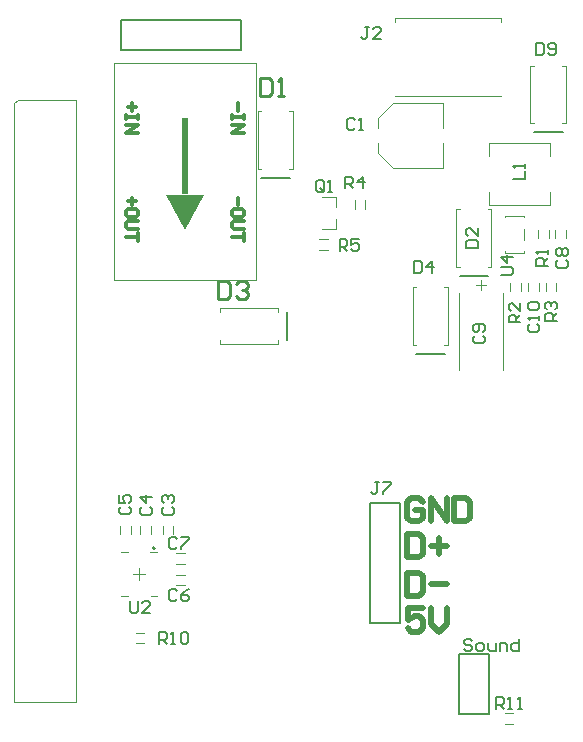
<source format=gto>
G04*
G04 #@! TF.GenerationSoftware,Altium Limited,Altium Designer,20.0.13 (296)*
G04*
G04 Layer_Color=65535*
%FSLAX44Y44*%
%MOMM*%
G71*
G01*
G75*
%ADD10C,0.2000*%
%ADD11C,0.1000*%
%ADD12C,0.5000*%
%ADD13C,0.3000*%
%ADD14C,0.2540*%
%ADD15R,0.5000X6.5000*%
G36*
X1689500Y822500D02*
X1705500Y792500D01*
X1721500Y822500D01*
X1689500Y822500D01*
D02*
G37*
D10*
X1680100Y523050D02*
G03*
X1680100Y523050I-1000J0D01*
G01*
X1862550Y459500D02*
X1887950D01*
X1862550D02*
Y561100D01*
X1887950Y459500D02*
Y561100D01*
X1862550D02*
X1887950D01*
X2001000Y875250D02*
X2025250D01*
X1937300Y433600D02*
X1962700D01*
Y382800D02*
Y433600D01*
X1937300Y382800D02*
X1962700D01*
X1937300D02*
Y433600D01*
X1901250Y687750D02*
X1925500D01*
X1792000Y699250D02*
Y723500D01*
X1938000Y753800D02*
X1962250D01*
X1770000Y836500D02*
X1794250D01*
X1651400Y945300D02*
Y970700D01*
X1753000D01*
X1651400Y945300D02*
X1753000D01*
Y970700D01*
X1861334Y964498D02*
X1858002D01*
X1859668D01*
Y956168D01*
X1858002Y954502D01*
X1856335D01*
X1854669Y956168D01*
X1871331Y954502D02*
X1864666D01*
X1871331Y961166D01*
Y962832D01*
X1869664Y964498D01*
X1866332D01*
X1864666Y962832D01*
X2003169Y950498D02*
Y940502D01*
X2008168D01*
X2009834Y942168D01*
Y948832D01*
X2008168Y950498D01*
X2003169D01*
X2013166Y942168D02*
X2014832Y940502D01*
X2018165D01*
X2019831Y942168D01*
Y948832D01*
X2018165Y950498D01*
X2014832D01*
X2013166Y948832D01*
Y947166D01*
X2014832Y945500D01*
X2019831D01*
X1849500Y885332D02*
X1847834Y886998D01*
X1844502D01*
X1842836Y885332D01*
Y878668D01*
X1844502Y877002D01*
X1847834D01*
X1849500Y878668D01*
X1852832Y877002D02*
X1856165D01*
X1854498D01*
Y886998D01*
X1852832Y885332D01*
X1948589Y444332D02*
X1946923Y445998D01*
X1943590D01*
X1941924Y444332D01*
Y442666D01*
X1943590Y441000D01*
X1946923D01*
X1948589Y439334D01*
Y437668D01*
X1946923Y436002D01*
X1943590D01*
X1941924Y437668D01*
X1953587Y436002D02*
X1956919D01*
X1958586Y437668D01*
Y441000D01*
X1956919Y442666D01*
X1953587D01*
X1951921Y441000D01*
Y437668D01*
X1953587Y436002D01*
X1961918Y442666D02*
Y437668D01*
X1963584Y436002D01*
X1968582D01*
Y442666D01*
X1971915Y436002D02*
Y442666D01*
X1976913D01*
X1978579Y441000D01*
Y436002D01*
X1988576Y445998D02*
Y436002D01*
X1983577D01*
X1981911Y437668D01*
Y441000D01*
X1983577Y442666D01*
X1988576D01*
X1969170Y386752D02*
Y396748D01*
X1974169D01*
X1975835Y395082D01*
Y391750D01*
X1974169Y390084D01*
X1969170D01*
X1972502D02*
X1975835Y386752D01*
X1979167D02*
X1982499D01*
X1980833D01*
Y396748D01*
X1979167Y395082D01*
X1987498Y386752D02*
X1990830D01*
X1989164D01*
Y396748D01*
X1987498Y395082D01*
X1683504Y442002D02*
Y451998D01*
X1688502D01*
X1690169Y450332D01*
Y447000D01*
X1688502Y445334D01*
X1683504D01*
X1686836D02*
X1690169Y442002D01*
X1693501D02*
X1696833D01*
X1695167D01*
Y451998D01*
X1693501Y450332D01*
X1701832D02*
X1703498Y451998D01*
X1706830D01*
X1708496Y450332D01*
Y443668D01*
X1706830Y442002D01*
X1703498D01*
X1701832Y443668D01*
Y450332D01*
X1836419Y775002D02*
Y784998D01*
X1841418D01*
X1843084Y783332D01*
Y780000D01*
X1841418Y778334D01*
X1836419D01*
X1839752D02*
X1843084Y775002D01*
X1853081Y784998D02*
X1846416D01*
Y780000D01*
X1849748Y781666D01*
X1851414D01*
X1853081Y780000D01*
Y776668D01*
X1851414Y775002D01*
X1848082D01*
X1846416Y776668D01*
X1841169Y827752D02*
Y837748D01*
X1846168D01*
X1847834Y836082D01*
Y832750D01*
X1846168Y831084D01*
X1841169D01*
X1844502D02*
X1847834Y827752D01*
X1856165D02*
Y837748D01*
X1851166Y832750D01*
X1857831D01*
X1823000Y826668D02*
Y833332D01*
X1821334Y834998D01*
X1818002D01*
X1816335Y833332D01*
Y826668D01*
X1818002Y825002D01*
X1821334D01*
X1819668Y828334D02*
X1823000Y825002D01*
X1821334D02*
X1823000Y826668D01*
X1826332Y825002D02*
X1829664D01*
X1827998D01*
Y834998D01*
X1826332Y833332D01*
X1899666Y766409D02*
Y756412D01*
X1904664D01*
X1906331Y758078D01*
Y764743D01*
X1904664Y766409D01*
X1899666D01*
X1914661Y756412D02*
Y766409D01*
X1909663Y761410D01*
X1916327D01*
X1973502Y754419D02*
X1981832D01*
X1983498Y756086D01*
Y759418D01*
X1981832Y761084D01*
X1973502D01*
X1983498Y769415D02*
X1973502D01*
X1978500Y764416D01*
Y771081D01*
X2020748Y715219D02*
X2010752D01*
Y720218D01*
X2012418Y721884D01*
X2015750D01*
X2017416Y720218D01*
Y715219D01*
Y718552D02*
X2020748Y721884D01*
X2012418Y725216D02*
X2010752Y726882D01*
Y730214D01*
X2012418Y731881D01*
X2014084D01*
X2015750Y730214D01*
Y728548D01*
Y730214D01*
X2017416Y731881D01*
X2019082D01*
X2020748Y730214D01*
Y726882D01*
X2019082Y725216D01*
X1989498Y714219D02*
X1979502D01*
Y719218D01*
X1981168Y720884D01*
X1984500D01*
X1986166Y719218D01*
Y714219D01*
Y717552D02*
X1989498Y720884D01*
Y730881D02*
Y724216D01*
X1982834Y730881D01*
X1981168D01*
X1979502Y729214D01*
Y725882D01*
X1981168Y724216D01*
X2012748Y762385D02*
X2002752D01*
Y767384D01*
X2004418Y769050D01*
X2007750D01*
X2009416Y767384D01*
Y762385D01*
Y765718D02*
X2012748Y769050D01*
Y772382D02*
Y775714D01*
Y774048D01*
X2002752D01*
X2004418Y772382D01*
X1983502Y835386D02*
X1993498D01*
Y842050D01*
Y845382D02*
Y848715D01*
Y847048D01*
X1983502D01*
X1985168Y845382D01*
X1870134Y579193D02*
X1866802D01*
X1868468D01*
Y570862D01*
X1866802Y569196D01*
X1865136D01*
X1863470Y570862D01*
X1873467Y579193D02*
X1880131D01*
Y577527D01*
X1873467Y570862D01*
Y569196D01*
X1943502Y777219D02*
X1953498D01*
Y782218D01*
X1951832Y783884D01*
X1945168D01*
X1943502Y782218D01*
Y777219D01*
X1953498Y793881D02*
Y787216D01*
X1946834Y793881D01*
X1945168D01*
X1943502Y792215D01*
Y788882D01*
X1945168Y787216D01*
X1997293Y712969D02*
X1995627Y711302D01*
Y707970D01*
X1997293Y706304D01*
X2003957D01*
X2005623Y707970D01*
Y711302D01*
X2003957Y712969D01*
X2005623Y716301D02*
Y719633D01*
Y717967D01*
X1995627D01*
X1997293Y716301D01*
Y724632D02*
X1995627Y726298D01*
Y729630D01*
X1997293Y731296D01*
X2003957D01*
X2005623Y729630D01*
Y726298D01*
X2003957Y724632D01*
X1997293D01*
X1951418Y703134D02*
X1949752Y701468D01*
Y698136D01*
X1951418Y696469D01*
X1958082D01*
X1959748Y698136D01*
Y701468D01*
X1958082Y703134D01*
Y706466D02*
X1959748Y708132D01*
Y711464D01*
X1958082Y713131D01*
X1951418D01*
X1949752Y711464D01*
Y708132D01*
X1951418Y706466D01*
X1953084D01*
X1954750Y708132D01*
Y713131D01*
X2021418Y766884D02*
X2019752Y765218D01*
Y761886D01*
X2021418Y760219D01*
X2028082D01*
X2029748Y761886D01*
Y765218D01*
X2028082Y766884D01*
X2021418Y770216D02*
X2019752Y771882D01*
Y775214D01*
X2021418Y776881D01*
X2023084D01*
X2024750Y775214D01*
X2026416Y776881D01*
X2028082D01*
X2029748Y775214D01*
Y771882D01*
X2028082Y770216D01*
X2026416D01*
X2024750Y771882D01*
X2023084Y770216D01*
X2021418D01*
X2024750Y771882D02*
Y775214D01*
X1659419Y477998D02*
Y469668D01*
X1661086Y468002D01*
X1664418D01*
X1666084Y469668D01*
Y477998D01*
X1676081Y468002D02*
X1669416D01*
X1676081Y474666D01*
Y476332D01*
X1674415Y477998D01*
X1671082D01*
X1669416Y476332D01*
X1699084Y530582D02*
X1697418Y532248D01*
X1694086D01*
X1692419Y530582D01*
Y523918D01*
X1694086Y522252D01*
X1697418D01*
X1699084Y523918D01*
X1702416Y532248D02*
X1709081D01*
Y530582D01*
X1702416Y523918D01*
Y522252D01*
X1699084Y486582D02*
X1697418Y488248D01*
X1694086D01*
X1692419Y486582D01*
Y479918D01*
X1694086Y478252D01*
X1697418D01*
X1699084Y479918D01*
X1709081Y488248D02*
X1705748Y486582D01*
X1702416Y483250D01*
Y479918D01*
X1704082Y478252D01*
X1707415D01*
X1709081Y479918D01*
Y481584D01*
X1707415Y483250D01*
X1702416D01*
X1651668Y558334D02*
X1650002Y556668D01*
Y553335D01*
X1651668Y551669D01*
X1658332D01*
X1659998Y553335D01*
Y556668D01*
X1658332Y558334D01*
X1650002Y568331D02*
Y561666D01*
X1655000D01*
X1653334Y564998D01*
Y566665D01*
X1655000Y568331D01*
X1658332D01*
X1659998Y566665D01*
Y563332D01*
X1658332Y561666D01*
X1668918Y558284D02*
X1667252Y556618D01*
Y553286D01*
X1668918Y551619D01*
X1675582D01*
X1677248Y553286D01*
Y556618D01*
X1675582Y558284D01*
X1677248Y566615D02*
X1667252D01*
X1672250Y561616D01*
Y568281D01*
X1687668Y558134D02*
X1686002Y556468D01*
Y553135D01*
X1687668Y551469D01*
X1694332D01*
X1695998Y553135D01*
Y556468D01*
X1694332Y558134D01*
X1687668Y561466D02*
X1686002Y563132D01*
Y566465D01*
X1687668Y568131D01*
X1689334D01*
X1691000Y566465D01*
Y564798D01*
Y566465D01*
X1692666Y568131D01*
X1694332D01*
X1695998Y566465D01*
Y563132D01*
X1694332Y561466D01*
D11*
X1883250Y968750D02*
Y972250D01*
X1972750D01*
Y968749D02*
Y972250D01*
X1883250Y905650D02*
X1972750D01*
X2024750Y931750D02*
X2028000D01*
X1998000D02*
X2001000D01*
X1998000Y883000D02*
X2001250D01*
X2024750D02*
X2028000D01*
X1998000D02*
Y931750D01*
X2028000Y883000D02*
Y931750D01*
X1976500Y772750D02*
X1992750D01*
X1976500Y804750D02*
X1992750D01*
Y803250D02*
Y804750D01*
Y784000D02*
Y793500D01*
Y772750D02*
Y774500D01*
X1976500Y772750D02*
Y774500D01*
Y803250D02*
Y804750D01*
X1666900Y496050D02*
Y506050D01*
X1661900Y501050D02*
X1671900D01*
X1676400Y482550D02*
X1682150D01*
X1651650D02*
X1657400D01*
X1651650Y519550D02*
X1657400D01*
X1676250D02*
X1682150D01*
X1714750Y934250D02*
X1766000D01*
Y750500D02*
Y934250D01*
X1645500Y750500D02*
X1766000D01*
X1645500D02*
Y934250D01*
X1714750D01*
X1976250Y383500D02*
X1983250D01*
X1976250Y374500D02*
X1983250D01*
X1663750Y442500D02*
X1670750D01*
X1663750Y451500D02*
X1670750D01*
X1819250Y775750D02*
X1826250D01*
X1819250Y784750D02*
X1826250D01*
X1858250Y810500D02*
Y817500D01*
X1849250Y810500D02*
Y817500D01*
X2011000Y741050D02*
Y748050D01*
X2020000Y741050D02*
Y748050D01*
X1980750Y741050D02*
Y748050D01*
X1989750Y741050D02*
Y748050D01*
X2013500Y785850D02*
Y792850D01*
X2004500Y785850D02*
Y792850D01*
X1821250Y820500D02*
X1833000D01*
X1821250Y793500D02*
X1833000D01*
Y801750D01*
Y812250D02*
Y820500D01*
X2014500Y855300D02*
Y865800D01*
X1963000D02*
X2014500D01*
X1963000Y855300D02*
Y865800D01*
X2014500Y813800D02*
Y824300D01*
X1963000Y813800D02*
X2014500D01*
X1963000D02*
Y824300D01*
X1561200Y393000D02*
X1613700D01*
Y902500D01*
X1561200Y393000D02*
Y899750D01*
X1563950Y902500D01*
X1613700D01*
X1925000Y744250D02*
X1928250D01*
X1898250D02*
X1901250D01*
X1898250Y695500D02*
X1901500D01*
X1925000D02*
X1928250D01*
X1898250D02*
Y744250D01*
X1928250Y695500D02*
Y744250D01*
X1735500Y723000D02*
Y726250D01*
Y696250D02*
Y699250D01*
X1784250Y696250D02*
Y699500D01*
Y723000D02*
Y726250D01*
X1735500Y696250D02*
X1784250D01*
X1735500Y726250D02*
X1784250D01*
X1961750Y810300D02*
X1965000D01*
X1935000D02*
X1938000D01*
X1935000Y761550D02*
X1938250D01*
X1961750D02*
X1965000D01*
X1935000D02*
Y810300D01*
X1965000Y761550D02*
Y810300D01*
X1793750Y893000D02*
X1797000D01*
X1767000D02*
X1770000D01*
X1767000Y844250D02*
X1770250D01*
X1793750D02*
X1797000D01*
X1767000D02*
Y893000D01*
X1797000Y844250D02*
Y893000D01*
X1995875Y741050D02*
Y748050D01*
X2004875Y741050D02*
Y748050D01*
X1937250Y673800D02*
Y738800D01*
X1952000Y745800D02*
X1960000D01*
X1956000Y741800D02*
Y749800D01*
X1975000Y673800D02*
Y738800D01*
X2028000Y785850D02*
Y792850D01*
X2019000Y785850D02*
Y792850D01*
X1698250Y510000D02*
X1705250D01*
X1698250Y519000D02*
X1705250D01*
X1698250Y491750D02*
X1705250D01*
X1698250Y500750D02*
X1705250D01*
X1659750Y535000D02*
Y542000D01*
X1650750Y535000D02*
Y542000D01*
X1676750Y535000D02*
Y542000D01*
X1667750Y535000D02*
Y542000D01*
X1695750Y535050D02*
Y542050D01*
X1686750Y535050D02*
Y542050D01*
X1868994Y866400D02*
X1869000D01*
Y858000D02*
Y866400D01*
X1868994Y879100D02*
X1869000D01*
Y887500D01*
X1924000Y845250D02*
Y866400D01*
Y879100D02*
Y900250D01*
X1869000Y858000D02*
X1881750Y845250D01*
X1924000D01*
X1869000Y887500D02*
X1881750Y900250D01*
X1924000D01*
D12*
X1907079Y562411D02*
X1903747Y565743D01*
X1897082D01*
X1893750Y562411D01*
Y549082D01*
X1897082Y545750D01*
X1903747D01*
X1907079Y549082D01*
Y555747D01*
X1900414D01*
X1913743Y545750D02*
Y565743D01*
X1927073Y545750D01*
Y565743D01*
X1933737D02*
Y545750D01*
X1943734D01*
X1947066Y549082D01*
Y562411D01*
X1943734Y565743D01*
X1933737D01*
X1907329Y472494D02*
X1894000D01*
Y462497D01*
X1900665Y465829D01*
X1903997D01*
X1907329Y462497D01*
Y455832D01*
X1903997Y452500D01*
X1897332D01*
X1894000Y455832D01*
X1913994Y472494D02*
Y459165D01*
X1920658Y452500D01*
X1927323Y459165D01*
Y472494D01*
X1893750Y535244D02*
Y515250D01*
X1903747D01*
X1907079Y518582D01*
Y531911D01*
X1903747Y535244D01*
X1893750D01*
X1913743Y525247D02*
X1927073D01*
X1920408Y531911D02*
Y518582D01*
X1893750Y502494D02*
Y482500D01*
X1903747D01*
X1907079Y485832D01*
Y499161D01*
X1903747Y502494D01*
X1893750D01*
X1913743Y492497D02*
X1927073D01*
D13*
X1750498Y820000D02*
Y813335D01*
X1755497Y805005D02*
Y808337D01*
X1753831Y810003D01*
X1747166D01*
X1745500Y808337D01*
Y805005D01*
X1747166Y803339D01*
X1753831D01*
X1755497Y805005D01*
Y800006D02*
X1747166D01*
X1745500Y798340D01*
Y795008D01*
X1747166Y793342D01*
X1755497D01*
Y790010D02*
Y783345D01*
Y786677D01*
X1745500D01*
X1660498Y820000D02*
Y813335D01*
X1663831Y816668D02*
X1657166D01*
X1665497Y805005D02*
Y808337D01*
X1663831Y810003D01*
X1657166D01*
X1655500Y808337D01*
Y805005D01*
X1657166Y803339D01*
X1663831D01*
X1665497Y805005D01*
Y800006D02*
X1657166D01*
X1655500Y798340D01*
Y795008D01*
X1657166Y793342D01*
X1665497D01*
Y790010D02*
Y783345D01*
Y786677D01*
X1655500D01*
X1660498Y900000D02*
Y893335D01*
X1663831Y896668D02*
X1657166D01*
X1665497Y890003D02*
Y886671D01*
Y888337D01*
X1655500D01*
Y890003D01*
Y886671D01*
Y881673D02*
X1665497D01*
X1655500Y875008D01*
X1665497D01*
X1750498Y900000D02*
Y893335D01*
X1755497Y890003D02*
Y886671D01*
Y888337D01*
X1745500D01*
Y890003D01*
Y886671D01*
Y881673D02*
X1755497D01*
X1745500Y875008D01*
X1755497D01*
D14*
X1733162Y749647D02*
Y734412D01*
X1740780D01*
X1743319Y736951D01*
Y747108D01*
X1740780Y749647D01*
X1733162D01*
X1748397Y747108D02*
X1750936Y749647D01*
X1756015D01*
X1758554Y747108D01*
Y744569D01*
X1756015Y742030D01*
X1753475D01*
X1756015D01*
X1758554Y739490D01*
Y736951D01*
X1756015Y734412D01*
X1750936D01*
X1748397Y736951D01*
X1768928Y920899D02*
Y905664D01*
X1776546D01*
X1779085Y908203D01*
Y918360D01*
X1776546Y920899D01*
X1768928D01*
X1784163Y905664D02*
X1789241D01*
X1786702D01*
Y920899D01*
X1784163Y918360D01*
D15*
X1705500Y855000D02*
D03*
M02*

</source>
